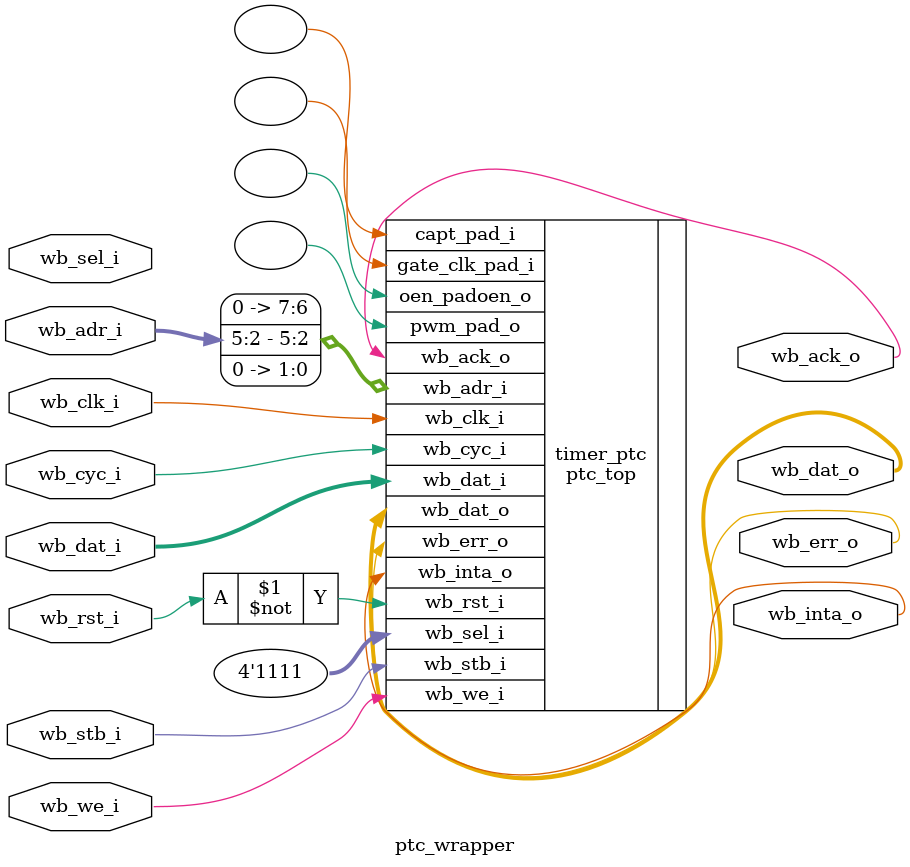
<source format=v>
`timescale 1ns / 1ps


module ptc_wrapper(
	// WISHBONE Interface
	wb_clk_i, wb_rst_i, wb_cyc_i, wb_adr_i, wb_dat_i, wb_sel_i, wb_we_i, wb_stb_i,
	wb_dat_o, wb_ack_o, wb_err_o, wb_inta_o

	// External PTC Interface
	//gate_clk_pad_i, capt_pad_i, pwm_pad_o, oen_padoen_o
);

parameter dw = 32;
parameter aw = 15+1;
parameter cw = 32;


//
// WISHBONE Interface
//
input wire		wb_clk_i;	// Clock
input wire		wb_rst_i;	// Reset
input wire		wb_cyc_i;	// cycle valid input
input wire	[32-1:0]	wb_adr_i;	// address bus inputs
input wire	[dw-1:0]	wb_dat_i;	// input data bus
input wire	[3:0]		wb_sel_i;	// byte select inputs
input wire			wb_we_i;	// indicates write transfer
input wire		wb_stb_i;	// strobe input
output		[dw-1:0]	wb_dat_o;	// output data bus
output wire		wb_ack_o;	// normal termination
output wire		wb_err_o;	// termination w/ error
output wire		wb_inta_o;	// Interrupt request output

//
// External PTC Interface
//
//input wire	gate_clk_pad_i;	// EClk/Gate input
//input wire	capt_pad_i;	// Capture input
//output wire		pwm_pad_o;	// PWM output
//output wire	oen_padoen_o;	// PWM output driver enable
    
    ptc_top timer_ptc(
        .wb_clk_i     (wb_clk_i), 
        .wb_rst_i     (~wb_rst_i), 
        .wb_cyc_i     (wb_cyc_i), 
        .wb_adr_i     ({2'b0,wb_adr_i[5:2],2'b0}), 
        .wb_dat_i     (wb_dat_i), 
        .wb_sel_i     (4'b1111),
        .wb_we_i      (wb_we_i), 
        .wb_stb_i     (wb_stb_i), 
        .wb_dat_o     (wb_dat_o),
        .wb_ack_o     (wb_ack_o), 
        .wb_err_o     (wb_err_o),
        .wb_inta_o    (wb_inta_o),
        // External PTC Interface
        .gate_clk_pad_i (),
        .capt_pad_i (),
        .pwm_pad_o (),
        .oen_padoen_o ()
   );
endmodule

</source>
